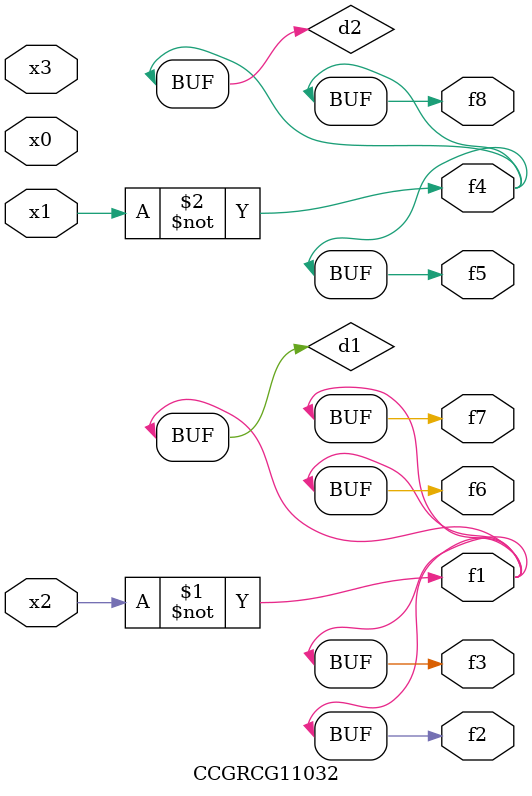
<source format=v>
module CCGRCG11032(
	input x0, x1, x2, x3,
	output f1, f2, f3, f4, f5, f6, f7, f8
);

	wire d1, d2;

	xnor (d1, x2);
	not (d2, x1);
	assign f1 = d1;
	assign f2 = d1;
	assign f3 = d1;
	assign f4 = d2;
	assign f5 = d2;
	assign f6 = d1;
	assign f7 = d1;
	assign f8 = d2;
endmodule

</source>
